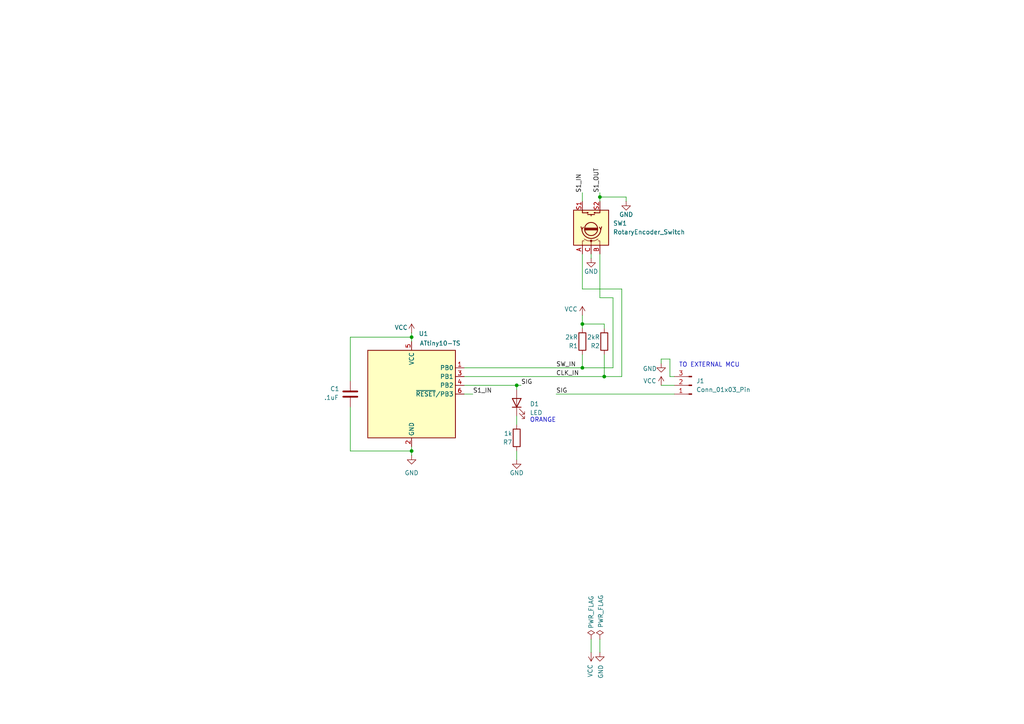
<source format=kicad_sch>
(kicad_sch
	(version 20231120)
	(generator "eeschema")
	(generator_version "8.0")
	(uuid "5d74e050-cdd1-4cfd-901d-c0e6c0e088c8")
	(paper "A4")
	(title_block
		(title "KY040-ABS")
		(date "2024-09-01")
		(rev "A")
		(company "Gustavo H.")
		(comment 1 "https://make.kosakalab.com/make/electronic-work/arduino_tpi_en/")
		(comment 2 "Use avrboy & bitduino to program ATTINY10. Solder correct bridges.")
	)
	(lib_symbols
		(symbol "Connector:Conn_01x03_Pin"
			(pin_names
				(offset 1.016) hide)
			(exclude_from_sim no)
			(in_bom yes)
			(on_board yes)
			(property "Reference" "J"
				(at 0 5.08 0)
				(effects
					(font
						(size 1.27 1.27)
					)
				)
			)
			(property "Value" "Conn_01x03_Pin"
				(at 0 -5.08 0)
				(effects
					(font
						(size 1.27 1.27)
					)
				)
			)
			(property "Footprint" ""
				(at 0 0 0)
				(effects
					(font
						(size 1.27 1.27)
					)
					(hide yes)
				)
			)
			(property "Datasheet" "~"
				(at 0 0 0)
				(effects
					(font
						(size 1.27 1.27)
					)
					(hide yes)
				)
			)
			(property "Description" "Generic connector, single row, 01x03, script generated"
				(at 0 0 0)
				(effects
					(font
						(size 1.27 1.27)
					)
					(hide yes)
				)
			)
			(property "ki_locked" ""
				(at 0 0 0)
				(effects
					(font
						(size 1.27 1.27)
					)
				)
			)
			(property "ki_keywords" "connector"
				(at 0 0 0)
				(effects
					(font
						(size 1.27 1.27)
					)
					(hide yes)
				)
			)
			(property "ki_fp_filters" "Connector*:*_1x??_*"
				(at 0 0 0)
				(effects
					(font
						(size 1.27 1.27)
					)
					(hide yes)
				)
			)
			(symbol "Conn_01x03_Pin_1_1"
				(polyline
					(pts
						(xy 1.27 -2.54) (xy 0.8636 -2.54)
					)
					(stroke
						(width 0.1524)
						(type default)
					)
					(fill
						(type none)
					)
				)
				(polyline
					(pts
						(xy 1.27 0) (xy 0.8636 0)
					)
					(stroke
						(width 0.1524)
						(type default)
					)
					(fill
						(type none)
					)
				)
				(polyline
					(pts
						(xy 1.27 2.54) (xy 0.8636 2.54)
					)
					(stroke
						(width 0.1524)
						(type default)
					)
					(fill
						(type none)
					)
				)
				(rectangle
					(start 0.8636 -2.413)
					(end 0 -2.667)
					(stroke
						(width 0.1524)
						(type default)
					)
					(fill
						(type outline)
					)
				)
				(rectangle
					(start 0.8636 0.127)
					(end 0 -0.127)
					(stroke
						(width 0.1524)
						(type default)
					)
					(fill
						(type outline)
					)
				)
				(rectangle
					(start 0.8636 2.667)
					(end 0 2.413)
					(stroke
						(width 0.1524)
						(type default)
					)
					(fill
						(type outline)
					)
				)
				(pin passive line
					(at 5.08 2.54 180)
					(length 3.81)
					(name "Pin_1"
						(effects
							(font
								(size 1.27 1.27)
							)
						)
					)
					(number "1"
						(effects
							(font
								(size 1.27 1.27)
							)
						)
					)
				)
				(pin passive line
					(at 5.08 0 180)
					(length 3.81)
					(name "Pin_2"
						(effects
							(font
								(size 1.27 1.27)
							)
						)
					)
					(number "2"
						(effects
							(font
								(size 1.27 1.27)
							)
						)
					)
				)
				(pin passive line
					(at 5.08 -2.54 180)
					(length 3.81)
					(name "Pin_3"
						(effects
							(font
								(size 1.27 1.27)
							)
						)
					)
					(number "3"
						(effects
							(font
								(size 1.27 1.27)
							)
						)
					)
				)
			)
		)
		(symbol "Device:C"
			(pin_numbers hide)
			(pin_names
				(offset 0.254)
			)
			(exclude_from_sim no)
			(in_bom yes)
			(on_board yes)
			(property "Reference" "C"
				(at 0.635 2.54 0)
				(effects
					(font
						(size 1.27 1.27)
					)
					(justify left)
				)
			)
			(property "Value" "C"
				(at 0.635 -2.54 0)
				(effects
					(font
						(size 1.27 1.27)
					)
					(justify left)
				)
			)
			(property "Footprint" ""
				(at 0.9652 -3.81 0)
				(effects
					(font
						(size 1.27 1.27)
					)
					(hide yes)
				)
			)
			(property "Datasheet" "~"
				(at 0 0 0)
				(effects
					(font
						(size 1.27 1.27)
					)
					(hide yes)
				)
			)
			(property "Description" "Unpolarized capacitor"
				(at 0 0 0)
				(effects
					(font
						(size 1.27 1.27)
					)
					(hide yes)
				)
			)
			(property "ki_keywords" "cap capacitor"
				(at 0 0 0)
				(effects
					(font
						(size 1.27 1.27)
					)
					(hide yes)
				)
			)
			(property "ki_fp_filters" "C_*"
				(at 0 0 0)
				(effects
					(font
						(size 1.27 1.27)
					)
					(hide yes)
				)
			)
			(symbol "C_0_1"
				(polyline
					(pts
						(xy -2.032 -0.762) (xy 2.032 -0.762)
					)
					(stroke
						(width 0.508)
						(type default)
					)
					(fill
						(type none)
					)
				)
				(polyline
					(pts
						(xy -2.032 0.762) (xy 2.032 0.762)
					)
					(stroke
						(width 0.508)
						(type default)
					)
					(fill
						(type none)
					)
				)
			)
			(symbol "C_1_1"
				(pin passive line
					(at 0 3.81 270)
					(length 2.794)
					(name "~"
						(effects
							(font
								(size 1.27 1.27)
							)
						)
					)
					(number "1"
						(effects
							(font
								(size 1.27 1.27)
							)
						)
					)
				)
				(pin passive line
					(at 0 -3.81 90)
					(length 2.794)
					(name "~"
						(effects
							(font
								(size 1.27 1.27)
							)
						)
					)
					(number "2"
						(effects
							(font
								(size 1.27 1.27)
							)
						)
					)
				)
			)
		)
		(symbol "Device:LED"
			(pin_numbers hide)
			(pin_names
				(offset 1.016) hide)
			(exclude_from_sim no)
			(in_bom yes)
			(on_board yes)
			(property "Reference" "D"
				(at 0 2.54 0)
				(effects
					(font
						(size 1.27 1.27)
					)
				)
			)
			(property "Value" "LED"
				(at 0 -2.54 0)
				(effects
					(font
						(size 1.27 1.27)
					)
				)
			)
			(property "Footprint" ""
				(at 0 0 0)
				(effects
					(font
						(size 1.27 1.27)
					)
					(hide yes)
				)
			)
			(property "Datasheet" "~"
				(at 0 0 0)
				(effects
					(font
						(size 1.27 1.27)
					)
					(hide yes)
				)
			)
			(property "Description" "Light emitting diode"
				(at 0 0 0)
				(effects
					(font
						(size 1.27 1.27)
					)
					(hide yes)
				)
			)
			(property "ki_keywords" "LED diode"
				(at 0 0 0)
				(effects
					(font
						(size 1.27 1.27)
					)
					(hide yes)
				)
			)
			(property "ki_fp_filters" "LED* LED_SMD:* LED_THT:*"
				(at 0 0 0)
				(effects
					(font
						(size 1.27 1.27)
					)
					(hide yes)
				)
			)
			(symbol "LED_0_1"
				(polyline
					(pts
						(xy -1.27 -1.27) (xy -1.27 1.27)
					)
					(stroke
						(width 0.254)
						(type default)
					)
					(fill
						(type none)
					)
				)
				(polyline
					(pts
						(xy -1.27 0) (xy 1.27 0)
					)
					(stroke
						(width 0)
						(type default)
					)
					(fill
						(type none)
					)
				)
				(polyline
					(pts
						(xy 1.27 -1.27) (xy 1.27 1.27) (xy -1.27 0) (xy 1.27 -1.27)
					)
					(stroke
						(width 0.254)
						(type default)
					)
					(fill
						(type none)
					)
				)
				(polyline
					(pts
						(xy -3.048 -0.762) (xy -4.572 -2.286) (xy -3.81 -2.286) (xy -4.572 -2.286) (xy -4.572 -1.524)
					)
					(stroke
						(width 0)
						(type default)
					)
					(fill
						(type none)
					)
				)
				(polyline
					(pts
						(xy -1.778 -0.762) (xy -3.302 -2.286) (xy -2.54 -2.286) (xy -3.302 -2.286) (xy -3.302 -1.524)
					)
					(stroke
						(width 0)
						(type default)
					)
					(fill
						(type none)
					)
				)
			)
			(symbol "LED_1_1"
				(pin passive line
					(at -3.81 0 0)
					(length 2.54)
					(name "K"
						(effects
							(font
								(size 1.27 1.27)
							)
						)
					)
					(number "1"
						(effects
							(font
								(size 1.27 1.27)
							)
						)
					)
				)
				(pin passive line
					(at 3.81 0 180)
					(length 2.54)
					(name "A"
						(effects
							(font
								(size 1.27 1.27)
							)
						)
					)
					(number "2"
						(effects
							(font
								(size 1.27 1.27)
							)
						)
					)
				)
			)
		)
		(symbol "Device:R"
			(pin_numbers hide)
			(pin_names
				(offset 0)
			)
			(exclude_from_sim no)
			(in_bom yes)
			(on_board yes)
			(property "Reference" "R"
				(at 2.032 0 90)
				(effects
					(font
						(size 1.27 1.27)
					)
				)
			)
			(property "Value" "R"
				(at 0 0 90)
				(effects
					(font
						(size 1.27 1.27)
					)
				)
			)
			(property "Footprint" ""
				(at -1.778 0 90)
				(effects
					(font
						(size 1.27 1.27)
					)
					(hide yes)
				)
			)
			(property "Datasheet" "~"
				(at 0 0 0)
				(effects
					(font
						(size 1.27 1.27)
					)
					(hide yes)
				)
			)
			(property "Description" "Resistor"
				(at 0 0 0)
				(effects
					(font
						(size 1.27 1.27)
					)
					(hide yes)
				)
			)
			(property "ki_keywords" "R res resistor"
				(at 0 0 0)
				(effects
					(font
						(size 1.27 1.27)
					)
					(hide yes)
				)
			)
			(property "ki_fp_filters" "R_*"
				(at 0 0 0)
				(effects
					(font
						(size 1.27 1.27)
					)
					(hide yes)
				)
			)
			(symbol "R_0_1"
				(rectangle
					(start -1.016 -2.54)
					(end 1.016 2.54)
					(stroke
						(width 0.254)
						(type default)
					)
					(fill
						(type none)
					)
				)
			)
			(symbol "R_1_1"
				(pin passive line
					(at 0 3.81 270)
					(length 1.27)
					(name "~"
						(effects
							(font
								(size 1.27 1.27)
							)
						)
					)
					(number "1"
						(effects
							(font
								(size 1.27 1.27)
							)
						)
					)
				)
				(pin passive line
					(at 0 -3.81 90)
					(length 1.27)
					(name "~"
						(effects
							(font
								(size 1.27 1.27)
							)
						)
					)
					(number "2"
						(effects
							(font
								(size 1.27 1.27)
							)
						)
					)
				)
			)
		)
		(symbol "Device:RotaryEncoder_Switch"
			(pin_names
				(offset 0.254) hide)
			(exclude_from_sim no)
			(in_bom yes)
			(on_board yes)
			(property "Reference" "SW"
				(at 0 6.604 0)
				(effects
					(font
						(size 1.27 1.27)
					)
				)
			)
			(property "Value" "RotaryEncoder_Switch"
				(at 0 -6.604 0)
				(effects
					(font
						(size 1.27 1.27)
					)
				)
			)
			(property "Footprint" ""
				(at -3.81 4.064 0)
				(effects
					(font
						(size 1.27 1.27)
					)
					(hide yes)
				)
			)
			(property "Datasheet" "~"
				(at 0 6.604 0)
				(effects
					(font
						(size 1.27 1.27)
					)
					(hide yes)
				)
			)
			(property "Description" "Rotary encoder, dual channel, incremental quadrate outputs, with switch"
				(at 0 0 0)
				(effects
					(font
						(size 1.27 1.27)
					)
					(hide yes)
				)
			)
			(property "ki_keywords" "rotary switch encoder switch push button"
				(at 0 0 0)
				(effects
					(font
						(size 1.27 1.27)
					)
					(hide yes)
				)
			)
			(property "ki_fp_filters" "RotaryEncoder*Switch*"
				(at 0 0 0)
				(effects
					(font
						(size 1.27 1.27)
					)
					(hide yes)
				)
			)
			(symbol "RotaryEncoder_Switch_0_1"
				(rectangle
					(start -5.08 5.08)
					(end 5.08 -5.08)
					(stroke
						(width 0.254)
						(type default)
					)
					(fill
						(type background)
					)
				)
				(circle
					(center -3.81 0)
					(radius 0.254)
					(stroke
						(width 0)
						(type default)
					)
					(fill
						(type outline)
					)
				)
				(circle
					(center -0.381 0)
					(radius 1.905)
					(stroke
						(width 0.254)
						(type default)
					)
					(fill
						(type none)
					)
				)
				(arc
					(start -0.381 2.667)
					(mid -3.0988 -0.0635)
					(end -0.381 -2.794)
					(stroke
						(width 0.254)
						(type default)
					)
					(fill
						(type none)
					)
				)
				(polyline
					(pts
						(xy -0.635 -1.778) (xy -0.635 1.778)
					)
					(stroke
						(width 0.254)
						(type default)
					)
					(fill
						(type none)
					)
				)
				(polyline
					(pts
						(xy -0.381 -1.778) (xy -0.381 1.778)
					)
					(stroke
						(width 0.254)
						(type default)
					)
					(fill
						(type none)
					)
				)
				(polyline
					(pts
						(xy -0.127 1.778) (xy -0.127 -1.778)
					)
					(stroke
						(width 0.254)
						(type default)
					)
					(fill
						(type none)
					)
				)
				(polyline
					(pts
						(xy 3.81 0) (xy 3.429 0)
					)
					(stroke
						(width 0.254)
						(type default)
					)
					(fill
						(type none)
					)
				)
				(polyline
					(pts
						(xy 3.81 1.016) (xy 3.81 -1.016)
					)
					(stroke
						(width 0.254)
						(type default)
					)
					(fill
						(type none)
					)
				)
				(polyline
					(pts
						(xy -5.08 -2.54) (xy -3.81 -2.54) (xy -3.81 -2.032)
					)
					(stroke
						(width 0)
						(type default)
					)
					(fill
						(type none)
					)
				)
				(polyline
					(pts
						(xy -5.08 2.54) (xy -3.81 2.54) (xy -3.81 2.032)
					)
					(stroke
						(width 0)
						(type default)
					)
					(fill
						(type none)
					)
				)
				(polyline
					(pts
						(xy 0.254 -3.048) (xy -0.508 -2.794) (xy 0.127 -2.413)
					)
					(stroke
						(width 0.254)
						(type default)
					)
					(fill
						(type none)
					)
				)
				(polyline
					(pts
						(xy 0.254 2.921) (xy -0.508 2.667) (xy 0.127 2.286)
					)
					(stroke
						(width 0.254)
						(type default)
					)
					(fill
						(type none)
					)
				)
				(polyline
					(pts
						(xy 5.08 -2.54) (xy 4.318 -2.54) (xy 4.318 -1.016)
					)
					(stroke
						(width 0.254)
						(type default)
					)
					(fill
						(type none)
					)
				)
				(polyline
					(pts
						(xy 5.08 2.54) (xy 4.318 2.54) (xy 4.318 1.016)
					)
					(stroke
						(width 0.254)
						(type default)
					)
					(fill
						(type none)
					)
				)
				(polyline
					(pts
						(xy -5.08 0) (xy -3.81 0) (xy -3.81 -1.016) (xy -3.302 -2.032)
					)
					(stroke
						(width 0)
						(type default)
					)
					(fill
						(type none)
					)
				)
				(polyline
					(pts
						(xy -4.318 0) (xy -3.81 0) (xy -3.81 1.016) (xy -3.302 2.032)
					)
					(stroke
						(width 0)
						(type default)
					)
					(fill
						(type none)
					)
				)
				(circle
					(center 4.318 -1.016)
					(radius 0.127)
					(stroke
						(width 0.254)
						(type default)
					)
					(fill
						(type none)
					)
				)
				(circle
					(center 4.318 1.016)
					(radius 0.127)
					(stroke
						(width 0.254)
						(type default)
					)
					(fill
						(type none)
					)
				)
			)
			(symbol "RotaryEncoder_Switch_1_1"
				(pin passive line
					(at -7.62 2.54 0)
					(length 2.54)
					(name "A"
						(effects
							(font
								(size 1.27 1.27)
							)
						)
					)
					(number "A"
						(effects
							(font
								(size 1.27 1.27)
							)
						)
					)
				)
				(pin passive line
					(at -7.62 -2.54 0)
					(length 2.54)
					(name "B"
						(effects
							(font
								(size 1.27 1.27)
							)
						)
					)
					(number "B"
						(effects
							(font
								(size 1.27 1.27)
							)
						)
					)
				)
				(pin passive line
					(at -7.62 0 0)
					(length 2.54)
					(name "C"
						(effects
							(font
								(size 1.27 1.27)
							)
						)
					)
					(number "C"
						(effects
							(font
								(size 1.27 1.27)
							)
						)
					)
				)
				(pin passive line
					(at 7.62 2.54 180)
					(length 2.54)
					(name "S1"
						(effects
							(font
								(size 1.27 1.27)
							)
						)
					)
					(number "S1"
						(effects
							(font
								(size 1.27 1.27)
							)
						)
					)
				)
				(pin passive line
					(at 7.62 -2.54 180)
					(length 2.54)
					(name "S2"
						(effects
							(font
								(size 1.27 1.27)
							)
						)
					)
					(number "S2"
						(effects
							(font
								(size 1.27 1.27)
							)
						)
					)
				)
			)
		)
		(symbol "MCU_Microchip_ATtiny:ATtiny10-TS"
			(exclude_from_sim no)
			(in_bom yes)
			(on_board yes)
			(property "Reference" "U"
				(at -12.7 13.97 0)
				(effects
					(font
						(size 1.27 1.27)
					)
					(justify left bottom)
				)
			)
			(property "Value" "ATtiny10-TS"
				(at 2.54 -13.97 0)
				(effects
					(font
						(size 1.27 1.27)
					)
					(justify left top)
				)
			)
			(property "Footprint" "Package_TO_SOT_SMD:SOT-23-6"
				(at 0 0 0)
				(effects
					(font
						(size 1.27 1.27)
						(italic yes)
					)
					(hide yes)
				)
			)
			(property "Datasheet" "http://ww1.microchip.com/downloads/en/DeviceDoc/Atmel-8127-AVR-8-bit-Microcontroller-ATtiny4-ATtiny5-ATtiny9-ATtiny10_Datasheet.pdf"
				(at 0 0 0)
				(effects
					(font
						(size 1.27 1.27)
					)
					(hide yes)
				)
			)
			(property "Description" "12MHz, 1kB Flash, 32B SRAM, No EEPROM, ADC, SOT-23-6"
				(at 0 0 0)
				(effects
					(font
						(size 1.27 1.27)
					)
					(hide yes)
				)
			)
			(property "ki_keywords" "AVR 8bit Microcontroller tinyAVR"
				(at 0 0 0)
				(effects
					(font
						(size 1.27 1.27)
					)
					(hide yes)
				)
			)
			(property "ki_fp_filters" "SOT?23?6*"
				(at 0 0 0)
				(effects
					(font
						(size 1.27 1.27)
					)
					(hide yes)
				)
			)
			(symbol "ATtiny10-TS_0_1"
				(rectangle
					(start -12.7 -12.7)
					(end 12.7 12.7)
					(stroke
						(width 0.254)
						(type default)
					)
					(fill
						(type background)
					)
				)
			)
			(symbol "ATtiny10-TS_1_1"
				(pin bidirectional line
					(at 15.24 7.62 180)
					(length 2.54)
					(name "PB0"
						(effects
							(font
								(size 1.27 1.27)
							)
						)
					)
					(number "1"
						(effects
							(font
								(size 1.27 1.27)
							)
						)
					)
				)
				(pin power_in line
					(at 0 -15.24 90)
					(length 2.54)
					(name "GND"
						(effects
							(font
								(size 1.27 1.27)
							)
						)
					)
					(number "2"
						(effects
							(font
								(size 1.27 1.27)
							)
						)
					)
				)
				(pin bidirectional line
					(at 15.24 5.08 180)
					(length 2.54)
					(name "PB1"
						(effects
							(font
								(size 1.27 1.27)
							)
						)
					)
					(number "3"
						(effects
							(font
								(size 1.27 1.27)
							)
						)
					)
				)
				(pin bidirectional line
					(at 15.24 2.54 180)
					(length 2.54)
					(name "PB2"
						(effects
							(font
								(size 1.27 1.27)
							)
						)
					)
					(number "4"
						(effects
							(font
								(size 1.27 1.27)
							)
						)
					)
				)
				(pin power_in line
					(at 0 15.24 270)
					(length 2.54)
					(name "VCC"
						(effects
							(font
								(size 1.27 1.27)
							)
						)
					)
					(number "5"
						(effects
							(font
								(size 1.27 1.27)
							)
						)
					)
				)
				(pin bidirectional line
					(at 15.24 0 180)
					(length 2.54)
					(name "~{RESET}/PB3"
						(effects
							(font
								(size 1.27 1.27)
							)
						)
					)
					(number "6"
						(effects
							(font
								(size 1.27 1.27)
							)
						)
					)
				)
			)
		)
		(symbol "power:GND"
			(power)
			(pin_numbers hide)
			(pin_names
				(offset 0) hide)
			(exclude_from_sim no)
			(in_bom yes)
			(on_board yes)
			(property "Reference" "#PWR"
				(at 0 -6.35 0)
				(effects
					(font
						(size 1.27 1.27)
					)
					(hide yes)
				)
			)
			(property "Value" "GND"
				(at 0 -3.81 0)
				(effects
					(font
						(size 1.27 1.27)
					)
				)
			)
			(property "Footprint" ""
				(at 0 0 0)
				(effects
					(font
						(size 1.27 1.27)
					)
					(hide yes)
				)
			)
			(property "Datasheet" ""
				(at 0 0 0)
				(effects
					(font
						(size 1.27 1.27)
					)
					(hide yes)
				)
			)
			(property "Description" "Power symbol creates a global label with name \"GND\" , ground"
				(at 0 0 0)
				(effects
					(font
						(size 1.27 1.27)
					)
					(hide yes)
				)
			)
			(property "ki_keywords" "global power"
				(at 0 0 0)
				(effects
					(font
						(size 1.27 1.27)
					)
					(hide yes)
				)
			)
			(symbol "GND_0_1"
				(polyline
					(pts
						(xy 0 0) (xy 0 -1.27) (xy 1.27 -1.27) (xy 0 -2.54) (xy -1.27 -1.27) (xy 0 -1.27)
					)
					(stroke
						(width 0)
						(type default)
					)
					(fill
						(type none)
					)
				)
			)
			(symbol "GND_1_1"
				(pin power_in line
					(at 0 0 270)
					(length 0)
					(name "~"
						(effects
							(font
								(size 1.27 1.27)
							)
						)
					)
					(number "1"
						(effects
							(font
								(size 1.27 1.27)
							)
						)
					)
				)
			)
		)
		(symbol "power:PWR_FLAG"
			(power)
			(pin_numbers hide)
			(pin_names
				(offset 0) hide)
			(exclude_from_sim no)
			(in_bom yes)
			(on_board yes)
			(property "Reference" "#FLG"
				(at 0 1.905 0)
				(effects
					(font
						(size 1.27 1.27)
					)
					(hide yes)
				)
			)
			(property "Value" "PWR_FLAG"
				(at 0 3.81 0)
				(effects
					(font
						(size 1.27 1.27)
					)
				)
			)
			(property "Footprint" ""
				(at 0 0 0)
				(effects
					(font
						(size 1.27 1.27)
					)
					(hide yes)
				)
			)
			(property "Datasheet" "~"
				(at 0 0 0)
				(effects
					(font
						(size 1.27 1.27)
					)
					(hide yes)
				)
			)
			(property "Description" "Special symbol for telling ERC where power comes from"
				(at 0 0 0)
				(effects
					(font
						(size 1.27 1.27)
					)
					(hide yes)
				)
			)
			(property "ki_keywords" "flag power"
				(at 0 0 0)
				(effects
					(font
						(size 1.27 1.27)
					)
					(hide yes)
				)
			)
			(symbol "PWR_FLAG_0_0"
				(pin power_out line
					(at 0 0 90)
					(length 0)
					(name "~"
						(effects
							(font
								(size 1.27 1.27)
							)
						)
					)
					(number "1"
						(effects
							(font
								(size 1.27 1.27)
							)
						)
					)
				)
			)
			(symbol "PWR_FLAG_0_1"
				(polyline
					(pts
						(xy 0 0) (xy 0 1.27) (xy -1.016 1.905) (xy 0 2.54) (xy 1.016 1.905) (xy 0 1.27)
					)
					(stroke
						(width 0)
						(type default)
					)
					(fill
						(type none)
					)
				)
			)
		)
		(symbol "power:VCC"
			(power)
			(pin_numbers hide)
			(pin_names
				(offset 0) hide)
			(exclude_from_sim no)
			(in_bom yes)
			(on_board yes)
			(property "Reference" "#PWR"
				(at 0 -3.81 0)
				(effects
					(font
						(size 1.27 1.27)
					)
					(hide yes)
				)
			)
			(property "Value" "VCC"
				(at 0 3.556 0)
				(effects
					(font
						(size 1.27 1.27)
					)
				)
			)
			(property "Footprint" ""
				(at 0 0 0)
				(effects
					(font
						(size 1.27 1.27)
					)
					(hide yes)
				)
			)
			(property "Datasheet" ""
				(at 0 0 0)
				(effects
					(font
						(size 1.27 1.27)
					)
					(hide yes)
				)
			)
			(property "Description" "Power symbol creates a global label with name \"VCC\""
				(at 0 0 0)
				(effects
					(font
						(size 1.27 1.27)
					)
					(hide yes)
				)
			)
			(property "ki_keywords" "global power"
				(at 0 0 0)
				(effects
					(font
						(size 1.27 1.27)
					)
					(hide yes)
				)
			)
			(symbol "VCC_0_1"
				(polyline
					(pts
						(xy -0.762 1.27) (xy 0 2.54)
					)
					(stroke
						(width 0)
						(type default)
					)
					(fill
						(type none)
					)
				)
				(polyline
					(pts
						(xy 0 0) (xy 0 2.54)
					)
					(stroke
						(width 0)
						(type default)
					)
					(fill
						(type none)
					)
				)
				(polyline
					(pts
						(xy 0 2.54) (xy 0.762 1.27)
					)
					(stroke
						(width 0)
						(type default)
					)
					(fill
						(type none)
					)
				)
			)
			(symbol "VCC_1_1"
				(pin power_in line
					(at 0 0 90)
					(length 0)
					(name "~"
						(effects
							(font
								(size 1.27 1.27)
							)
						)
					)
					(number "1"
						(effects
							(font
								(size 1.27 1.27)
							)
						)
					)
				)
			)
		)
	)
	(junction
		(at 168.91 93.98)
		(diameter 0)
		(color 0 0 0 0)
		(uuid "25312df4-2265-4648-b63d-cdd1dacfa0ef")
	)
	(junction
		(at 149.86 111.76)
		(diameter 0)
		(color 0 0 0 0)
		(uuid "31405ac4-8f8e-4cfa-8144-ece3af91c98d")
	)
	(junction
		(at 175.26 109.22)
		(diameter 0)
		(color 0 0 0 0)
		(uuid "76d66093-f924-4c3e-8f7d-2628228392ea")
	)
	(junction
		(at 119.38 130.81)
		(diameter 0)
		(color 0 0 0 0)
		(uuid "8a9e159c-fcdf-4576-bf04-a7000137992d")
	)
	(junction
		(at 119.38 97.79)
		(diameter 0)
		(color 0 0 0 0)
		(uuid "b23e610b-6a49-4559-b21a-8aa8a0e7c54b")
	)
	(junction
		(at 173.99 57.15)
		(diameter 0)
		(color 0 0 0 0)
		(uuid "f15283e2-396d-4e4c-be7c-19aa6d06868f")
	)
	(junction
		(at 168.91 106.68)
		(diameter 0)
		(color 0 0 0 0)
		(uuid "f9e1d52b-0163-4f1c-9e49-55f311b054d3")
	)
	(wire
		(pts
			(xy 168.91 83.82) (xy 180.34 83.82)
		)
		(stroke
			(width 0)
			(type default)
		)
		(uuid "0050c985-69f5-449a-8850-f5d3f538ba99")
	)
	(wire
		(pts
			(xy 171.45 189.23) (xy 171.45 185.42)
		)
		(stroke
			(width 0)
			(type default)
		)
		(uuid "05a9eccb-27e4-4a9d-98c7-ae4853b3382a")
	)
	(wire
		(pts
			(xy 168.91 93.98) (xy 175.26 93.98)
		)
		(stroke
			(width 0)
			(type default)
		)
		(uuid "074ef1d2-8fb3-4c9d-b30f-33db7cf9cba7")
	)
	(wire
		(pts
			(xy 173.99 57.15) (xy 173.99 58.42)
		)
		(stroke
			(width 0)
			(type default)
		)
		(uuid "0b26dafb-a04a-43c2-9c70-aa36ca363a62")
	)
	(wire
		(pts
			(xy 101.6 97.79) (xy 101.6 110.49)
		)
		(stroke
			(width 0)
			(type default)
		)
		(uuid "13ffe599-956f-47cb-9b06-c6cac3586894")
	)
	(wire
		(pts
			(xy 181.61 58.42) (xy 181.61 57.15)
		)
		(stroke
			(width 0)
			(type default)
		)
		(uuid "149d90bc-130e-44c2-90ef-df5d44f582c8")
	)
	(wire
		(pts
			(xy 191.77 104.14) (xy 194.31 104.14)
		)
		(stroke
			(width 0)
			(type default)
		)
		(uuid "1b748ed3-9379-42ef-9f2a-e4288fb263a6")
	)
	(wire
		(pts
			(xy 180.34 83.82) (xy 180.34 109.22)
		)
		(stroke
			(width 0)
			(type default)
		)
		(uuid "1b80ac74-7d32-482a-92f0-3f7ad53e5267")
	)
	(wire
		(pts
			(xy 161.29 114.3) (xy 195.58 114.3)
		)
		(stroke
			(width 0)
			(type default)
		)
		(uuid "25dce9b9-bfa7-4715-9a1c-8de0a4712b56")
	)
	(wire
		(pts
			(xy 134.62 111.76) (xy 149.86 111.76)
		)
		(stroke
			(width 0)
			(type default)
		)
		(uuid "2aba7c46-2887-4a17-832a-e5f0b8fb64ac")
	)
	(wire
		(pts
			(xy 119.38 130.81) (xy 119.38 129.54)
		)
		(stroke
			(width 0)
			(type default)
		)
		(uuid "31450d99-533e-4ef7-8b72-ed0e759e05a3")
	)
	(wire
		(pts
			(xy 168.91 102.87) (xy 168.91 106.68)
		)
		(stroke
			(width 0)
			(type default)
		)
		(uuid "3c64a08c-546e-4a3d-99bd-59dbea39099d")
	)
	(wire
		(pts
			(xy 171.45 73.66) (xy 171.45 74.93)
		)
		(stroke
			(width 0)
			(type default)
		)
		(uuid "426fbcc3-d6e2-461a-a9d7-7ef6bf712f2f")
	)
	(wire
		(pts
			(xy 177.8 106.68) (xy 177.8 86.36)
		)
		(stroke
			(width 0)
			(type default)
		)
		(uuid "55d0cf1c-335b-490f-8766-54e130b2d1ee")
	)
	(wire
		(pts
			(xy 173.99 55.88) (xy 173.99 57.15)
		)
		(stroke
			(width 0)
			(type default)
		)
		(uuid "5b045159-a486-413e-af80-7b9ff07a77a5")
	)
	(wire
		(pts
			(xy 168.91 55.88) (xy 168.91 58.42)
		)
		(stroke
			(width 0)
			(type default)
		)
		(uuid "5b6e9fd1-ea55-4c83-b05b-9f835a1c9b6d")
	)
	(wire
		(pts
			(xy 168.91 83.82) (xy 168.91 73.66)
		)
		(stroke
			(width 0)
			(type default)
		)
		(uuid "661e4668-529d-42bb-b06f-1430f972e5a0")
	)
	(wire
		(pts
			(xy 168.91 91.44) (xy 168.91 93.98)
		)
		(stroke
			(width 0)
			(type default)
		)
		(uuid "665ecce2-fa49-447b-8a59-95b62cc8da0b")
	)
	(wire
		(pts
			(xy 194.31 104.14) (xy 194.31 109.22)
		)
		(stroke
			(width 0)
			(type default)
		)
		(uuid "683d7d3b-8571-4999-be45-f41d14b075e1")
	)
	(wire
		(pts
			(xy 119.38 97.79) (xy 119.38 96.52)
		)
		(stroke
			(width 0)
			(type default)
		)
		(uuid "6da45697-8910-4e35-8b42-0ee3aaf56182")
	)
	(wire
		(pts
			(xy 101.6 118.11) (xy 101.6 130.81)
		)
		(stroke
			(width 0)
			(type default)
		)
		(uuid "7067de02-194d-463f-9c4e-a845bc88efc1")
	)
	(wire
		(pts
			(xy 175.26 93.98) (xy 175.26 95.25)
		)
		(stroke
			(width 0)
			(type default)
		)
		(uuid "78005fae-f80c-46e4-82b4-cddf3c92d14a")
	)
	(wire
		(pts
			(xy 191.77 104.14) (xy 191.77 105.41)
		)
		(stroke
			(width 0)
			(type default)
		)
		(uuid "8bf83385-2fef-49f8-8a2a-5594735593e6")
	)
	(wire
		(pts
			(xy 149.86 133.35) (xy 149.86 130.81)
		)
		(stroke
			(width 0)
			(type default)
		)
		(uuid "8d01d606-cfbb-4c9d-a2bf-e85b627c69ef")
	)
	(wire
		(pts
			(xy 119.38 99.06) (xy 119.38 97.79)
		)
		(stroke
			(width 0)
			(type default)
		)
		(uuid "9eec7c4d-0929-4c93-bfee-ff9d453f3d7d")
	)
	(wire
		(pts
			(xy 149.86 111.76) (xy 151.13 111.76)
		)
		(stroke
			(width 0)
			(type default)
		)
		(uuid "a3f00c85-bb1d-4c6c-b1ff-9bdd9a0424e1")
	)
	(wire
		(pts
			(xy 177.8 86.36) (xy 173.99 86.36)
		)
		(stroke
			(width 0)
			(type default)
		)
		(uuid "a41e0199-72c4-4566-888a-f6a89b5ad166")
	)
	(wire
		(pts
			(xy 168.91 106.68) (xy 177.8 106.68)
		)
		(stroke
			(width 0)
			(type default)
		)
		(uuid "adcceb9d-127a-49c2-86a8-46143feb32b5")
	)
	(wire
		(pts
			(xy 149.86 111.76) (xy 149.86 113.03)
		)
		(stroke
			(width 0)
			(type default)
		)
		(uuid "afb70f09-89a4-4168-8d04-5a70bf1ced6b")
	)
	(wire
		(pts
			(xy 173.99 185.42) (xy 173.99 189.23)
		)
		(stroke
			(width 0)
			(type default)
		)
		(uuid "b1a81e31-031b-4f5e-9ec8-7643db5e7921")
	)
	(wire
		(pts
			(xy 173.99 73.66) (xy 173.99 86.36)
		)
		(stroke
			(width 0)
			(type default)
		)
		(uuid "b642edab-73c9-46cc-b897-629b2dd0355b")
	)
	(wire
		(pts
			(xy 134.62 109.22) (xy 175.26 109.22)
		)
		(stroke
			(width 0)
			(type default)
		)
		(uuid "be3032be-dcf9-4d62-b8b2-8089a4597070")
	)
	(wire
		(pts
			(xy 149.86 120.65) (xy 149.86 123.19)
		)
		(stroke
			(width 0)
			(type default)
		)
		(uuid "c4167f1d-02e6-4249-bcd3-503c1635e681")
	)
	(wire
		(pts
			(xy 173.99 57.15) (xy 181.61 57.15)
		)
		(stroke
			(width 0)
			(type default)
		)
		(uuid "c7b0147b-5d5a-4c92-8844-a909f9c1459c")
	)
	(wire
		(pts
			(xy 101.6 130.81) (xy 119.38 130.81)
		)
		(stroke
			(width 0)
			(type default)
		)
		(uuid "ce2b2379-c4af-450d-889f-00f725cc4729")
	)
	(wire
		(pts
			(xy 168.91 93.98) (xy 168.91 95.25)
		)
		(stroke
			(width 0)
			(type default)
		)
		(uuid "d55458d4-ace8-4747-9822-0c7338a455ec")
	)
	(wire
		(pts
			(xy 191.77 111.76) (xy 195.58 111.76)
		)
		(stroke
			(width 0)
			(type default)
		)
		(uuid "db599f0d-88d0-42ac-895c-93ceea49e166")
	)
	(wire
		(pts
			(xy 175.26 102.87) (xy 175.26 109.22)
		)
		(stroke
			(width 0)
			(type default)
		)
		(uuid "dddaa2e6-6cfe-4d3a-b24c-1699c91f8eaf")
	)
	(wire
		(pts
			(xy 134.62 106.68) (xy 168.91 106.68)
		)
		(stroke
			(width 0)
			(type default)
		)
		(uuid "e02fbf58-af3f-4aab-b422-ed84dac19605")
	)
	(wire
		(pts
			(xy 175.26 109.22) (xy 180.34 109.22)
		)
		(stroke
			(width 0)
			(type default)
		)
		(uuid "e5a10b84-59f4-43d4-99ed-0890c6835909")
	)
	(wire
		(pts
			(xy 137.16 114.3) (xy 134.62 114.3)
		)
		(stroke
			(width 0)
			(type default)
		)
		(uuid "e5fb53ca-0d0d-469b-85e8-8e7dc1b43324")
	)
	(wire
		(pts
			(xy 194.31 109.22) (xy 195.58 109.22)
		)
		(stroke
			(width 0)
			(type default)
		)
		(uuid "ed8fd64a-c6b0-4e3a-9d09-9f1543e17d4d")
	)
	(wire
		(pts
			(xy 119.38 130.81) (xy 119.38 132.08)
		)
		(stroke
			(width 0)
			(type default)
		)
		(uuid "f35e4b20-58b3-4fcc-b47b-77293fb37dfc")
	)
	(wire
		(pts
			(xy 119.38 97.79) (xy 101.6 97.79)
		)
		(stroke
			(width 0)
			(type default)
		)
		(uuid "fb989ca5-5bca-4318-ab90-8a53c9df00e5")
	)
	(text "ORANGE\n"
		(exclude_from_sim no)
		(at 157.48 121.92 0)
		(effects
			(font
				(size 1.27 1.27)
			)
		)
		(uuid "4271946f-d02e-4e84-abb2-df41ac8e063f")
	)
	(text "TO EXTERNAL MCU\n"
		(exclude_from_sim no)
		(at 205.74 105.918 0)
		(effects
			(font
				(size 1.27 1.27)
			)
		)
		(uuid "eed6be19-0068-4338-b747-c9b2ae2919d7")
	)
	(label "S1_IN"
		(at 137.16 114.3 0)
		(fields_autoplaced yes)
		(effects
			(font
				(size 1.27 1.27)
			)
			(justify left bottom)
		)
		(uuid "153a4b86-6830-439e-9436-969cfbaad48c")
	)
	(label "CLK_IN"
		(at 161.29 109.22 0)
		(fields_autoplaced yes)
		(effects
			(font
				(size 1.27 1.27)
			)
			(justify left bottom)
		)
		(uuid "52db41a0-c72b-466f-8411-8ede855d760e")
	)
	(label "SIG"
		(at 151.13 111.76 0)
		(fields_autoplaced yes)
		(effects
			(font
				(size 1.27 1.27)
			)
			(justify left bottom)
		)
		(uuid "7cf5e100-103b-40ba-ab1e-2f3758cdaa91")
	)
	(label "SIG"
		(at 161.29 114.3 0)
		(fields_autoplaced yes)
		(effects
			(font
				(size 1.27 1.27)
			)
			(justify left bottom)
		)
		(uuid "8c9e7ab4-2cd9-4493-9aff-e9f841cdf47a")
	)
	(label "S1_IN"
		(at 168.91 55.88 90)
		(fields_autoplaced yes)
		(effects
			(font
				(size 1.27 1.27)
			)
			(justify left bottom)
		)
		(uuid "baf5aa06-d2a7-4e0d-8cbd-c4fcb2b69a18")
	)
	(label "S1_OUT"
		(at 173.99 55.88 90)
		(fields_autoplaced yes)
		(effects
			(font
				(size 1.27 1.27)
			)
			(justify left bottom)
		)
		(uuid "e7aa6362-47f5-4776-92c9-6057292b5b7a")
	)
	(label "SW_IN"
		(at 161.29 106.68 0)
		(fields_autoplaced yes)
		(effects
			(font
				(size 1.27 1.27)
			)
			(justify left bottom)
		)
		(uuid "eab99375-25c2-48f0-8593-3a35ea43a05f")
	)
	(symbol
		(lib_id "power:GND")
		(at 119.38 132.08 0)
		(unit 1)
		(exclude_from_sim no)
		(in_bom yes)
		(on_board yes)
		(dnp no)
		(fields_autoplaced yes)
		(uuid "12de2ce1-45cf-4d8a-ad61-19dae7966b89")
		(property "Reference" "#PWR07"
			(at 119.38 138.43 0)
			(effects
				(font
					(size 1.27 1.27)
				)
				(hide yes)
			)
		)
		(property "Value" "GND"
			(at 119.38 137.16 0)
			(effects
				(font
					(size 1.27 1.27)
				)
			)
		)
		(property "Footprint" ""
			(at 119.38 132.08 0)
			(effects
				(font
					(size 1.27 1.27)
				)
				(hide yes)
			)
		)
		(property "Datasheet" ""
			(at 119.38 132.08 0)
			(effects
				(font
					(size 1.27 1.27)
				)
				(hide yes)
			)
		)
		(property "Description" "Power symbol creates a global label with name \"GND\" , ground"
			(at 119.38 132.08 0)
			(effects
				(font
					(size 1.27 1.27)
				)
				(hide yes)
			)
		)
		(pin "1"
			(uuid "38bc4f60-ef3d-479c-be8b-c87ce2051458")
		)
		(instances
			(project "KY040-ABS"
				(path "/5d74e050-cdd1-4cfd-901d-c0e6c0e088c8"
					(reference "#PWR07")
					(unit 1)
				)
			)
		)
	)
	(symbol
		(lib_id "power:VCC")
		(at 191.77 111.76 0)
		(unit 1)
		(exclude_from_sim no)
		(in_bom yes)
		(on_board yes)
		(dnp no)
		(uuid "17ef2603-f94b-4cbd-94ee-405c7040722a")
		(property "Reference" "#PWR08"
			(at 191.77 115.57 0)
			(effects
				(font
					(size 1.27 1.27)
				)
				(hide yes)
			)
		)
		(property "Value" "VCC"
			(at 188.468 110.49 0)
			(effects
				(font
					(size 1.27 1.27)
				)
			)
		)
		(property "Footprint" ""
			(at 191.77 111.76 0)
			(effects
				(font
					(size 1.27 1.27)
				)
				(hide yes)
			)
		)
		(property "Datasheet" ""
			(at 191.77 111.76 0)
			(effects
				(font
					(size 1.27 1.27)
				)
				(hide yes)
			)
		)
		(property "Description" "Power symbol creates a global label with name \"VCC\""
			(at 191.77 111.76 0)
			(effects
				(font
					(size 1.27 1.27)
				)
				(hide yes)
			)
		)
		(pin "1"
			(uuid "06ca9d8b-4034-475a-900f-8786a6fe8da3")
		)
		(instances
			(project "KY040-ABS"
				(path "/5d74e050-cdd1-4cfd-901d-c0e6c0e088c8"
					(reference "#PWR08")
					(unit 1)
				)
			)
		)
	)
	(symbol
		(lib_id "power:VCC")
		(at 168.91 91.44 0)
		(unit 1)
		(exclude_from_sim no)
		(in_bom yes)
		(on_board yes)
		(dnp no)
		(uuid "3ba54735-fd0b-42a5-955c-3d2a1b46616e")
		(property "Reference" "#PWR03"
			(at 168.91 95.25 0)
			(effects
				(font
					(size 1.27 1.27)
				)
				(hide yes)
			)
		)
		(property "Value" "VCC"
			(at 165.608 89.662 0)
			(effects
				(font
					(size 1.27 1.27)
				)
			)
		)
		(property "Footprint" ""
			(at 168.91 91.44 0)
			(effects
				(font
					(size 1.27 1.27)
				)
				(hide yes)
			)
		)
		(property "Datasheet" ""
			(at 168.91 91.44 0)
			(effects
				(font
					(size 1.27 1.27)
				)
				(hide yes)
			)
		)
		(property "Description" "Power symbol creates a global label with name \"VCC\""
			(at 168.91 91.44 0)
			(effects
				(font
					(size 1.27 1.27)
				)
				(hide yes)
			)
		)
		(pin "1"
			(uuid "19a8274e-acac-4bda-a8ed-c06010383537")
		)
		(instances
			(project "KY040-ABS"
				(path "/5d74e050-cdd1-4cfd-901d-c0e6c0e088c8"
					(reference "#PWR03")
					(unit 1)
				)
			)
		)
	)
	(symbol
		(lib_id "Device:RotaryEncoder_Switch")
		(at 171.45 66.04 90)
		(unit 1)
		(exclude_from_sim no)
		(in_bom yes)
		(on_board yes)
		(dnp no)
		(fields_autoplaced yes)
		(uuid "45ee999b-a347-4a04-83a3-b86954d4261a")
		(property "Reference" "SW1"
			(at 177.8 64.7699 90)
			(effects
				(font
					(size 1.27 1.27)
				)
				(justify right)
			)
		)
		(property "Value" "RotaryEncoder_Switch"
			(at 177.8 67.3099 90)
			(effects
				(font
					(size 1.27 1.27)
				)
				(justify right)
			)
		)
		(property "Footprint" "Rotary_Encoder:RotaryEncoder_Alps_EC11E-Switch_Vertical_H20mm_CircularMountingHoles"
			(at 167.386 69.85 0)
			(effects
				(font
					(size 1.27 1.27)
				)
				(hide yes)
			)
		)
		(property "Datasheet" "~"
			(at 164.846 66.04 0)
			(effects
				(font
					(size 1.27 1.27)
				)
				(hide yes)
			)
		)
		(property "Description" "Rotary encoder, dual channel, incremental quadrate outputs, with switch"
			(at 171.45 66.04 0)
			(effects
				(font
					(size 1.27 1.27)
				)
				(hide yes)
			)
		)
		(pin "S1"
			(uuid "7034cb6c-5ff1-47d1-8f2a-e73a36bf6e94")
		)
		(pin "A"
			(uuid "21fc7a1e-17c1-4c1d-b277-3eefe29f66a7")
		)
		(pin "C"
			(uuid "5cb3f5be-5772-4334-9238-efd1db83103e")
		)
		(pin "B"
			(uuid "8af77bb6-d4f6-4531-8358-be1de7d65ee3")
		)
		(pin "S2"
			(uuid "6352d668-e689-4f8c-8621-cb53e62ff148")
		)
		(instances
			(project ""
				(path "/5d74e050-cdd1-4cfd-901d-c0e6c0e088c8"
					(reference "SW1")
					(unit 1)
				)
			)
		)
	)
	(symbol
		(lib_id "power:GND")
		(at 191.77 105.41 0)
		(unit 1)
		(exclude_from_sim no)
		(in_bom yes)
		(on_board yes)
		(dnp no)
		(uuid "4ade01ae-0331-4a49-9ea0-babf45a90430")
		(property "Reference" "#PWR04"
			(at 191.77 111.76 0)
			(effects
				(font
					(size 1.27 1.27)
				)
				(hide yes)
			)
		)
		(property "Value" "GND"
			(at 188.468 106.934 0)
			(effects
				(font
					(size 1.27 1.27)
				)
			)
		)
		(property "Footprint" ""
			(at 191.77 105.41 0)
			(effects
				(font
					(size 1.27 1.27)
				)
				(hide yes)
			)
		)
		(property "Datasheet" ""
			(at 191.77 105.41 0)
			(effects
				(font
					(size 1.27 1.27)
				)
				(hide yes)
			)
		)
		(property "Description" "Power symbol creates a global label with name \"GND\" , ground"
			(at 191.77 105.41 0)
			(effects
				(font
					(size 1.27 1.27)
				)
				(hide yes)
			)
		)
		(pin "1"
			(uuid "ca9391fa-1162-4c70-9633-0dda7d645126")
		)
		(instances
			(project "KY040-ABS"
				(path "/5d74e050-cdd1-4cfd-901d-c0e6c0e088c8"
					(reference "#PWR04")
					(unit 1)
				)
			)
		)
	)
	(symbol
		(lib_id "power:PWR_FLAG")
		(at 173.99 185.42 0)
		(unit 1)
		(exclude_from_sim no)
		(in_bom yes)
		(on_board yes)
		(dnp no)
		(uuid "4dd54a14-117b-4096-8245-05301086246c")
		(property "Reference" "#FLG02"
			(at 173.99 183.515 0)
			(effects
				(font
					(size 1.27 1.27)
				)
				(hide yes)
			)
		)
		(property "Value" "PWR_FLAG"
			(at 174.244 177.292 90)
			(effects
				(font
					(size 1.27 1.27)
				)
			)
		)
		(property "Footprint" ""
			(at 173.99 185.42 0)
			(effects
				(font
					(size 1.27 1.27)
				)
				(hide yes)
			)
		)
		(property "Datasheet" "~"
			(at 173.99 185.42 0)
			(effects
				(font
					(size 1.27 1.27)
				)
				(hide yes)
			)
		)
		(property "Description" "Special symbol for telling ERC where power comes from"
			(at 173.99 185.42 0)
			(effects
				(font
					(size 1.27 1.27)
				)
				(hide yes)
			)
		)
		(pin "1"
			(uuid "3ea7e869-4cd9-4904-b857-e75e79e4c555")
		)
		(instances
			(project "KY040-ABS"
				(path "/5d74e050-cdd1-4cfd-901d-c0e6c0e088c8"
					(reference "#FLG02")
					(unit 1)
				)
			)
		)
	)
	(symbol
		(lib_id "power:VCC")
		(at 119.38 96.52 0)
		(unit 1)
		(exclude_from_sim no)
		(in_bom yes)
		(on_board yes)
		(dnp no)
		(uuid "4f57dd64-c15e-4abd-81ab-76186d5f271b")
		(property "Reference" "#PWR06"
			(at 119.38 100.33 0)
			(effects
				(font
					(size 1.27 1.27)
				)
				(hide yes)
			)
		)
		(property "Value" "VCC"
			(at 116.332 94.996 0)
			(effects
				(font
					(size 1.27 1.27)
				)
			)
		)
		(property "Footprint" ""
			(at 119.38 96.52 0)
			(effects
				(font
					(size 1.27 1.27)
				)
				(hide yes)
			)
		)
		(property "Datasheet" ""
			(at 119.38 96.52 0)
			(effects
				(font
					(size 1.27 1.27)
				)
				(hide yes)
			)
		)
		(property "Description" "Power symbol creates a global label with name \"VCC\""
			(at 119.38 96.52 0)
			(effects
				(font
					(size 1.27 1.27)
				)
				(hide yes)
			)
		)
		(pin "1"
			(uuid "a75aeec0-62f0-48ac-9b04-d44e1b36e4b2")
		)
		(instances
			(project "KY040-ABS"
				(path "/5d74e050-cdd1-4cfd-901d-c0e6c0e088c8"
					(reference "#PWR06")
					(unit 1)
				)
			)
		)
	)
	(symbol
		(lib_id "power:PWR_FLAG")
		(at 171.45 185.42 0)
		(unit 1)
		(exclude_from_sim no)
		(in_bom yes)
		(on_board yes)
		(dnp no)
		(uuid "5fcb0561-2765-4fbd-8374-34ca1073e04b")
		(property "Reference" "#FLG01"
			(at 171.45 183.515 0)
			(effects
				(font
					(size 1.27 1.27)
				)
				(hide yes)
			)
		)
		(property "Value" "PWR_FLAG"
			(at 171.45 177.546 90)
			(effects
				(font
					(size 1.27 1.27)
				)
			)
		)
		(property "Footprint" ""
			(at 171.45 185.42 0)
			(effects
				(font
					(size 1.27 1.27)
				)
				(hide yes)
			)
		)
		(property "Datasheet" "~"
			(at 171.45 185.42 0)
			(effects
				(font
					(size 1.27 1.27)
				)
				(hide yes)
			)
		)
		(property "Description" "Special symbol for telling ERC where power comes from"
			(at 171.45 185.42 0)
			(effects
				(font
					(size 1.27 1.27)
				)
				(hide yes)
			)
		)
		(pin "1"
			(uuid "4415c1ef-c9ab-422a-8032-8ee8bd78ef01")
		)
		(instances
			(project ""
				(path "/5d74e050-cdd1-4cfd-901d-c0e6c0e088c8"
					(reference "#FLG01")
					(unit 1)
				)
			)
		)
	)
	(symbol
		(lib_id "Device:R")
		(at 175.26 99.06 0)
		(unit 1)
		(exclude_from_sim no)
		(in_bom yes)
		(on_board yes)
		(dnp no)
		(uuid "725c2036-824c-4e3d-bd18-e536aea1bad0")
		(property "Reference" "R2"
			(at 173.99 100.33 0)
			(effects
				(font
					(size 1.27 1.27)
				)
				(justify right)
			)
		)
		(property "Value" "2kR"
			(at 173.99 97.79 0)
			(effects
				(font
					(size 1.27 1.27)
				)
				(justify right)
			)
		)
		(property "Footprint" "Resistor_SMD:R_0603_1608Metric"
			(at 173.482 99.06 90)
			(effects
				(font
					(size 1.27 1.27)
				)
				(hide yes)
			)
		)
		(property "Datasheet" "~"
			(at 175.26 99.06 0)
			(effects
				(font
					(size 1.27 1.27)
				)
				(hide yes)
			)
		)
		(property "Description" "Resistor"
			(at 175.26 99.06 0)
			(effects
				(font
					(size 1.27 1.27)
				)
				(hide yes)
			)
		)
		(pin "2"
			(uuid "9d63ef33-f107-47b1-aed9-a5c823a677bb")
		)
		(pin "1"
			(uuid "0e97f7f4-b4cf-4185-a2a7-27564b4aa50b")
		)
		(instances
			(project "KY040-ABS"
				(path "/5d74e050-cdd1-4cfd-901d-c0e6c0e088c8"
					(reference "R2")
					(unit 1)
				)
			)
		)
	)
	(symbol
		(lib_id "Connector:Conn_01x03_Pin")
		(at 200.66 111.76 180)
		(unit 1)
		(exclude_from_sim no)
		(in_bom yes)
		(on_board yes)
		(dnp no)
		(fields_autoplaced yes)
		(uuid "737ca17e-98d5-4b35-9716-319b2669cdc4")
		(property "Reference" "J1"
			(at 201.93 110.4899 0)
			(effects
				(font
					(size 1.27 1.27)
				)
				(justify right)
			)
		)
		(property "Value" "Conn_01x03_Pin"
			(at 201.93 113.0299 0)
			(effects
				(font
					(size 1.27 1.27)
				)
				(justify right)
			)
		)
		(property "Footprint" "Connector_JST:JST_PH_S3B-PH-K_1x03_P2.00mm_Horizontal"
			(at 200.66 111.76 0)
			(effects
				(font
					(size 1.27 1.27)
				)
				(hide yes)
			)
		)
		(property "Datasheet" "~"
			(at 200.66 111.76 0)
			(effects
				(font
					(size 1.27 1.27)
				)
				(hide yes)
			)
		)
		(property "Description" "Generic connector, single row, 01x03, script generated"
			(at 200.66 111.76 0)
			(effects
				(font
					(size 1.27 1.27)
				)
				(hide yes)
			)
		)
		(pin "2"
			(uuid "d4e50f0d-dead-4d1a-a323-00077a6c49d4")
		)
		(pin "1"
			(uuid "213ae368-0a47-473d-99a3-9accd2d3a119")
		)
		(pin "3"
			(uuid "01fca3d0-e1ff-4aee-b13a-af0c98345bc3")
		)
		(instances
			(project ""
				(path "/5d74e050-cdd1-4cfd-901d-c0e6c0e088c8"
					(reference "J1")
					(unit 1)
				)
			)
		)
	)
	(symbol
		(lib_id "power:GND")
		(at 149.86 133.35 0)
		(unit 1)
		(exclude_from_sim no)
		(in_bom yes)
		(on_board yes)
		(dnp no)
		(uuid "7f4b95df-eb90-4da6-abc3-eebff4a427dc")
		(property "Reference" "#PWR010"
			(at 149.86 139.7 0)
			(effects
				(font
					(size 1.27 1.27)
				)
				(hide yes)
			)
		)
		(property "Value" "GND"
			(at 149.86 137.16 0)
			(effects
				(font
					(size 1.27 1.27)
				)
			)
		)
		(property "Footprint" ""
			(at 149.86 133.35 0)
			(effects
				(font
					(size 1.27 1.27)
				)
				(hide yes)
			)
		)
		(property "Datasheet" ""
			(at 149.86 133.35 0)
			(effects
				(font
					(size 1.27 1.27)
				)
				(hide yes)
			)
		)
		(property "Description" "Power symbol creates a global label with name \"GND\" , ground"
			(at 149.86 133.35 0)
			(effects
				(font
					(size 1.27 1.27)
				)
				(hide yes)
			)
		)
		(pin "1"
			(uuid "9445d322-49a1-4515-b498-cd3bd30cc903")
		)
		(instances
			(project "KY040-ABS"
				(path "/5d74e050-cdd1-4cfd-901d-c0e6c0e088c8"
					(reference "#PWR010")
					(unit 1)
				)
			)
		)
	)
	(symbol
		(lib_id "Device:R")
		(at 168.91 99.06 0)
		(unit 1)
		(exclude_from_sim no)
		(in_bom yes)
		(on_board yes)
		(dnp no)
		(uuid "8759159b-d4b1-4727-8525-b460ecf0280e")
		(property "Reference" "R1"
			(at 167.64 100.33 0)
			(effects
				(font
					(size 1.27 1.27)
				)
				(justify right)
			)
		)
		(property "Value" "2kR"
			(at 167.64 97.79 0)
			(effects
				(font
					(size 1.27 1.27)
				)
				(justify right)
			)
		)
		(property "Footprint" "Resistor_SMD:R_0603_1608Metric"
			(at 167.132 99.06 90)
			(effects
				(font
					(size 1.27 1.27)
				)
				(hide yes)
			)
		)
		(property "Datasheet" "~"
			(at 168.91 99.06 0)
			(effects
				(font
					(size 1.27 1.27)
				)
				(hide yes)
			)
		)
		(property "Description" "Resistor"
			(at 168.91 99.06 0)
			(effects
				(font
					(size 1.27 1.27)
				)
				(hide yes)
			)
		)
		(pin "2"
			(uuid "646e4867-d4ef-44a3-a668-40527c4da5e0")
		)
		(pin "1"
			(uuid "fdfd7f5e-8d05-43c4-9fe8-16911564a6e3")
		)
		(instances
			(project ""
				(path "/5d74e050-cdd1-4cfd-901d-c0e6c0e088c8"
					(reference "R1")
					(unit 1)
				)
			)
		)
	)
	(symbol
		(lib_id "power:GND")
		(at 173.99 189.23 0)
		(unit 1)
		(exclude_from_sim no)
		(in_bom yes)
		(on_board yes)
		(dnp no)
		(uuid "8c5f7349-f593-4674-a491-c77406e877ce")
		(property "Reference" "#PWR02"
			(at 173.99 195.58 0)
			(effects
				(font
					(size 1.27 1.27)
				)
				(hide yes)
			)
		)
		(property "Value" "GND"
			(at 174.244 194.818 90)
			(effects
				(font
					(size 1.27 1.27)
				)
			)
		)
		(property "Footprint" ""
			(at 173.99 189.23 0)
			(effects
				(font
					(size 1.27 1.27)
				)
				(hide yes)
			)
		)
		(property "Datasheet" ""
			(at 173.99 189.23 0)
			(effects
				(font
					(size 1.27 1.27)
				)
				(hide yes)
			)
		)
		(property "Description" "Power symbol creates a global label with name \"GND\" , ground"
			(at 173.99 189.23 0)
			(effects
				(font
					(size 1.27 1.27)
				)
				(hide yes)
			)
		)
		(pin "1"
			(uuid "5769368a-0fec-4d8f-9ab5-7cc5a09f1ffc")
		)
		(instances
			(project ""
				(path "/5d74e050-cdd1-4cfd-901d-c0e6c0e088c8"
					(reference "#PWR02")
					(unit 1)
				)
			)
		)
	)
	(symbol
		(lib_id "power:GND")
		(at 171.45 74.93 0)
		(unit 1)
		(exclude_from_sim no)
		(in_bom yes)
		(on_board yes)
		(dnp no)
		(uuid "9773e602-0e58-4415-ae1b-effa9559538b")
		(property "Reference" "#PWR09"
			(at 171.45 81.28 0)
			(effects
				(font
					(size 1.27 1.27)
				)
				(hide yes)
			)
		)
		(property "Value" "GND"
			(at 171.45 78.74 0)
			(effects
				(font
					(size 1.27 1.27)
				)
			)
		)
		(property "Footprint" ""
			(at 171.45 74.93 0)
			(effects
				(font
					(size 1.27 1.27)
				)
				(hide yes)
			)
		)
		(property "Datasheet" ""
			(at 171.45 74.93 0)
			(effects
				(font
					(size 1.27 1.27)
				)
				(hide yes)
			)
		)
		(property "Description" "Power symbol creates a global label with name \"GND\" , ground"
			(at 171.45 74.93 0)
			(effects
				(font
					(size 1.27 1.27)
				)
				(hide yes)
			)
		)
		(pin "1"
			(uuid "4471f8d7-6d37-426e-8019-34689b498492")
		)
		(instances
			(project "KY040-ABS"
				(path "/5d74e050-cdd1-4cfd-901d-c0e6c0e088c8"
					(reference "#PWR09")
					(unit 1)
				)
			)
		)
	)
	(symbol
		(lib_id "Device:C")
		(at 101.6 114.3 0)
		(unit 1)
		(exclude_from_sim no)
		(in_bom yes)
		(on_board yes)
		(dnp no)
		(uuid "a4d7f172-6148-4a6b-bcbe-4e5429149483")
		(property "Reference" "C1"
			(at 95.758 112.776 0)
			(effects
				(font
					(size 1.27 1.27)
				)
				(justify left)
			)
		)
		(property "Value" ".1uF"
			(at 93.98 115.316 0)
			(effects
				(font
					(size 1.27 1.27)
				)
				(justify left)
			)
		)
		(property "Footprint" "Capacitor_SMD:C_0603_1608Metric"
			(at 102.5652 118.11 0)
			(effects
				(font
					(size 1.27 1.27)
				)
				(hide yes)
			)
		)
		(property "Datasheet" "~"
			(at 101.6 114.3 0)
			(effects
				(font
					(size 1.27 1.27)
				)
				(hide yes)
			)
		)
		(property "Description" "Unpolarized capacitor"
			(at 101.6 114.3 0)
			(effects
				(font
					(size 1.27 1.27)
				)
				(hide yes)
			)
		)
		(pin "1"
			(uuid "639a4dc9-1d9c-4ad4-9319-8dded998ab47")
		)
		(pin "2"
			(uuid "26af23c0-d996-48eb-a294-5c3afc9a5671")
		)
		(instances
			(project ""
				(path "/5d74e050-cdd1-4cfd-901d-c0e6c0e088c8"
					(reference "C1")
					(unit 1)
				)
			)
		)
	)
	(symbol
		(lib_id "MCU_Microchip_ATtiny:ATtiny10-TS")
		(at 119.38 114.3 0)
		(unit 1)
		(exclude_from_sim no)
		(in_bom yes)
		(on_board yes)
		(dnp no)
		(uuid "b63c7c8d-21a4-4602-86c3-a304a3685a2b")
		(property "Reference" "U1"
			(at 124.206 96.774 0)
			(effects
				(font
					(size 1.27 1.27)
				)
				(justify right)
			)
		)
		(property "Value" "ATtiny10-TS"
			(at 133.604 99.568 0)
			(effects
				(font
					(size 1.27 1.27)
				)
				(justify right)
			)
		)
		(property "Footprint" "Package_TO_SOT_SMD:SOT-23-6"
			(at 119.38 114.3 0)
			(effects
				(font
					(size 1.27 1.27)
					(italic yes)
				)
				(hide yes)
			)
		)
		(property "Datasheet" "http://ww1.microchip.com/downloads/en/DeviceDoc/Atmel-8127-AVR-8-bit-Microcontroller-ATtiny4-ATtiny5-ATtiny9-ATtiny10_Datasheet.pdf"
			(at 119.38 114.3 0)
			(effects
				(font
					(size 1.27 1.27)
				)
				(hide yes)
			)
		)
		(property "Description" "12MHz, 1kB Flash, 32B SRAM, No EEPROM, ADC, SOT-23-6"
			(at 119.38 114.3 0)
			(effects
				(font
					(size 1.27 1.27)
				)
				(hide yes)
			)
		)
		(pin "6"
			(uuid "facfac23-7070-4de4-ab64-1d68d6e7e9c3")
		)
		(pin "4"
			(uuid "8b6ca666-8552-4bac-8fdc-9b5dc3ca6d92")
		)
		(pin "5"
			(uuid "0571e61a-cbbe-47e0-bc27-18ba1d3fb4b9")
		)
		(pin "3"
			(uuid "921fc313-591a-428e-8eea-d05b7e9a2404")
		)
		(pin "2"
			(uuid "26344c15-1409-4f03-a860-b8fd5cbeb31e")
		)
		(pin "1"
			(uuid "979d4858-fb7f-4b3a-8129-a4ce214eb88c")
		)
		(instances
			(project ""
				(path "/5d74e050-cdd1-4cfd-901d-c0e6c0e088c8"
					(reference "U1")
					(unit 1)
				)
			)
		)
	)
	(symbol
		(lib_id "power:GND")
		(at 181.61 58.42 0)
		(unit 1)
		(exclude_from_sim no)
		(in_bom yes)
		(on_board yes)
		(dnp no)
		(uuid "b6604211-170c-47ec-86a2-ffb1e1ba71c5")
		(property "Reference" "#PWR05"
			(at 181.61 64.77 0)
			(effects
				(font
					(size 1.27 1.27)
				)
				(hide yes)
			)
		)
		(property "Value" "GND"
			(at 181.61 62.23 0)
			(effects
				(font
					(size 1.27 1.27)
				)
			)
		)
		(property "Footprint" ""
			(at 181.61 58.42 0)
			(effects
				(font
					(size 1.27 1.27)
				)
				(hide yes)
			)
		)
		(property "Datasheet" ""
			(at 181.61 58.42 0)
			(effects
				(font
					(size 1.27 1.27)
				)
				(hide yes)
			)
		)
		(property "Description" "Power symbol creates a global label with name \"GND\" , ground"
			(at 181.61 58.42 0)
			(effects
				(font
					(size 1.27 1.27)
				)
				(hide yes)
			)
		)
		(pin "1"
			(uuid "b45a454f-0411-40a4-b691-365bae1fc8bd")
		)
		(instances
			(project "KY040-ABS"
				(path "/5d74e050-cdd1-4cfd-901d-c0e6c0e088c8"
					(reference "#PWR05")
					(unit 1)
				)
			)
		)
	)
	(symbol
		(lib_id "Device:R")
		(at 149.86 127 0)
		(unit 1)
		(exclude_from_sim no)
		(in_bom yes)
		(on_board yes)
		(dnp no)
		(uuid "c7fcbdda-6519-4f54-ad22-d38f9ecb0844")
		(property "Reference" "R7"
			(at 148.59 128.27 0)
			(effects
				(font
					(size 1.27 1.27)
				)
				(justify right)
			)
		)
		(property "Value" "1k"
			(at 148.59 125.73 0)
			(effects
				(font
					(size 1.27 1.27)
				)
				(justify right)
			)
		)
		(property "Footprint" "Resistor_SMD:R_0603_1608Metric"
			(at 148.082 127 90)
			(effects
				(font
					(size 1.27 1.27)
				)
				(hide yes)
			)
		)
		(property "Datasheet" "~"
			(at 149.86 127 0)
			(effects
				(font
					(size 1.27 1.27)
				)
				(hide yes)
			)
		)
		(property "Description" "Resistor"
			(at 149.86 127 0)
			(effects
				(font
					(size 1.27 1.27)
				)
				(hide yes)
			)
		)
		(pin "2"
			(uuid "dfb05b3c-ba8b-467d-973b-c93c754a7a2f")
		)
		(pin "1"
			(uuid "2fb226cb-f30f-4529-8abf-ff79104aa248")
		)
		(instances
			(project "KY040-ABS"
				(path "/5d74e050-cdd1-4cfd-901d-c0e6c0e088c8"
					(reference "R7")
					(unit 1)
				)
			)
		)
	)
	(symbol
		(lib_id "Device:LED")
		(at 149.86 116.84 90)
		(unit 1)
		(exclude_from_sim no)
		(in_bom yes)
		(on_board yes)
		(dnp no)
		(fields_autoplaced yes)
		(uuid "de4850ae-4b0e-4da1-bf98-9ade52174853")
		(property "Reference" "D1"
			(at 153.67 117.1574 90)
			(effects
				(font
					(size 1.27 1.27)
				)
				(justify right)
			)
		)
		(property "Value" "LED"
			(at 153.67 119.6974 90)
			(effects
				(font
					(size 1.27 1.27)
				)
				(justify right)
			)
		)
		(property "Footprint" "LED_SMD:LED_0603_1608Metric"
			(at 149.86 116.84 0)
			(effects
				(font
					(size 1.27 1.27)
				)
				(hide yes)
			)
		)
		(property "Datasheet" "~"
			(at 149.86 116.84 0)
			(effects
				(font
					(size 1.27 1.27)
				)
				(hide yes)
			)
		)
		(property "Description" "Light emitting diode"
			(at 149.86 116.84 0)
			(effects
				(font
					(size 1.27 1.27)
				)
				(hide yes)
			)
		)
		(pin "2"
			(uuid "baa73b1a-be9e-4931-8749-9c1f7b75619c")
		)
		(pin "1"
			(uuid "7a662769-9ce8-4be4-a597-2d664721e9e9")
		)
		(instances
			(project ""
				(path "/5d74e050-cdd1-4cfd-901d-c0e6c0e088c8"
					(reference "D1")
					(unit 1)
				)
			)
		)
	)
	(symbol
		(lib_id "power:VCC")
		(at 171.45 189.23 180)
		(unit 1)
		(exclude_from_sim no)
		(in_bom yes)
		(on_board yes)
		(dnp no)
		(uuid "fcbd2be8-7d6d-427d-9b16-be045101ca8f")
		(property "Reference" "#PWR01"
			(at 171.45 185.42 0)
			(effects
				(font
					(size 1.27 1.27)
				)
				(hide yes)
			)
		)
		(property "Value" "VCC"
			(at 171.196 194.564 90)
			(effects
				(font
					(size 1.27 1.27)
				)
			)
		)
		(property "Footprint" ""
			(at 171.45 189.23 0)
			(effects
				(font
					(size 1.27 1.27)
				)
				(hide yes)
			)
		)
		(property "Datasheet" ""
			(at 171.45 189.23 0)
			(effects
				(font
					(size 1.27 1.27)
				)
				(hide yes)
			)
		)
		(property "Description" "Power symbol creates a global label with name \"VCC\""
			(at 171.45 189.23 0)
			(effects
				(font
					(size 1.27 1.27)
				)
				(hide yes)
			)
		)
		(pin "1"
			(uuid "c5947e78-427d-427b-bf52-571f2aa46a51")
		)
		(instances
			(project ""
				(path "/5d74e050-cdd1-4cfd-901d-c0e6c0e088c8"
					(reference "#PWR01")
					(unit 1)
				)
			)
		)
	)
	(sheet_instances
		(path "/"
			(page "1")
		)
	)
)

</source>
